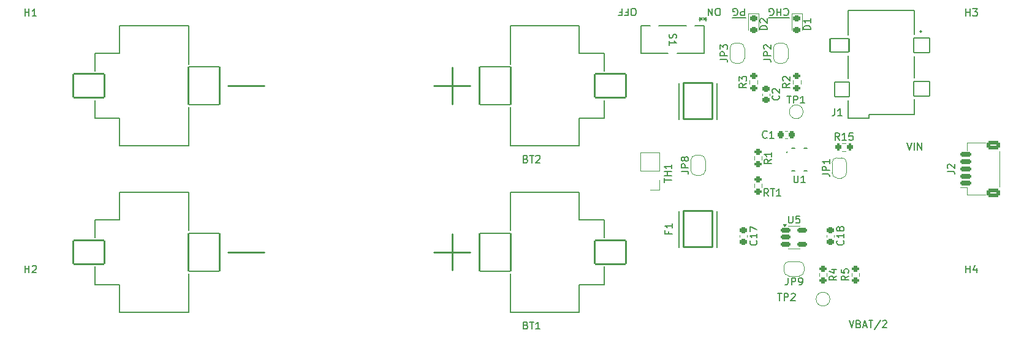
<source format=gto>
G04 #@! TF.GenerationSoftware,KiCad,Pcbnew,9.0.3*
G04 #@! TF.CreationDate,2025-08-26T18:22:23-07:00*
G04 #@! TF.ProjectId,newbatt,6e657762-6174-4742-9e6b-696361645f70,3*
G04 #@! TF.SameCoordinates,Original*
G04 #@! TF.FileFunction,Legend,Top*
G04 #@! TF.FilePolarity,Positive*
%FSLAX45Y45*%
G04 Gerber Fmt 4.5, Leading zero omitted, Abs format (unit mm)*
G04 Created by KiCad (PCBNEW 9.0.3) date 2025-08-26 18:22:23*
%MOMM*%
%LPD*%
G01*
G04 APERTURE LIST*
G04 Aperture macros list*
%AMRoundRect*
0 Rectangle with rounded corners*
0 $1 Rounding radius*
0 $2 $3 $4 $5 $6 $7 $8 $9 X,Y pos of 4 corners*
0 Add a 4 corners polygon primitive as box body*
4,1,4,$2,$3,$4,$5,$6,$7,$8,$9,$2,$3,0*
0 Add four circle primitives for the rounded corners*
1,1,$1+$1,$2,$3*
1,1,$1+$1,$4,$5*
1,1,$1+$1,$6,$7*
1,1,$1+$1,$8,$9*
0 Add four rect primitives between the rounded corners*
20,1,$1+$1,$2,$3,$4,$5,0*
20,1,$1+$1,$4,$5,$6,$7,0*
20,1,$1+$1,$6,$7,$8,$9,0*
20,1,$1+$1,$8,$9,$2,$3,0*%
%AMFreePoly0*
4,1,23,0.500000,-0.750000,0.000000,-0.750000,0.000000,-0.745722,-0.065263,-0.745722,-0.191342,-0.711940,-0.304381,-0.646677,-0.396677,-0.554381,-0.461940,-0.441342,-0.495722,-0.315263,-0.495722,-0.250000,-0.500000,-0.250000,-0.500000,0.250000,-0.495722,0.250000,-0.495722,0.315263,-0.461940,0.441342,-0.396677,0.554381,-0.304381,0.646677,-0.191342,0.711940,-0.065263,0.745722,0.000000,0.745722,
0.000000,0.750000,0.500000,0.750000,0.500000,-0.750000,0.500000,-0.750000,$1*%
%AMFreePoly1*
4,1,23,0.000000,0.745722,0.065263,0.745722,0.191342,0.711940,0.304381,0.646677,0.396677,0.554381,0.461940,0.441342,0.495722,0.315263,0.495722,0.250000,0.500000,0.250000,0.500000,-0.250000,0.495722,-0.250000,0.495722,-0.315263,0.461940,-0.441342,0.396677,-0.554381,0.304381,-0.646677,0.191342,-0.711940,0.065263,-0.745722,0.000000,-0.745722,0.000000,-0.750000,-0.500000,-0.750000,
-0.500000,0.750000,0.000000,0.750000,0.000000,0.745722,0.000000,0.745722,$1*%
G04 Aperture macros list end*
%ADD10C,0.250000*%
%ADD11C,0.150000*%
%ADD12C,0.120000*%
%ADD13C,0.127000*%
%ADD14C,0.152400*%
%ADD15C,0.200000*%
%ADD16C,0.000000*%
%ADD17C,1.500000*%
%ADD18FreePoly0,90.000000*%
%ADD19FreePoly1,90.000000*%
%ADD20RoundRect,0.102000X2.000000X-2.500000X2.000000X2.500000X-2.000000X2.500000X-2.000000X-2.500000X0*%
%ADD21C,3.600000*%
%ADD22C,5.700000*%
%ADD23R,0.558800X2.971800*%
%ADD24RoundRect,0.200000X0.275000X-0.200000X0.275000X0.200000X-0.275000X0.200000X-0.275000X-0.200000X0*%
%ADD25RoundRect,0.102000X2.150000X1.650000X-2.150000X1.650000X-2.150000X-1.650000X2.150000X-1.650000X0*%
%ADD26RoundRect,0.102000X2.150000X2.600000X-2.150000X2.600000X-2.150000X-2.600000X2.150000X-2.600000X0*%
%ADD27RoundRect,0.150000X-0.512500X-0.150000X0.512500X-0.150000X0.512500X0.150000X-0.512500X0.150000X0*%
%ADD28RoundRect,0.225000X-0.250000X0.225000X-0.250000X-0.225000X0.250000X-0.225000X0.250000X0.225000X0*%
%ADD29RoundRect,0.225000X0.225000X0.250000X-0.225000X0.250000X-0.225000X-0.250000X0.225000X-0.250000X0*%
%ADD30RoundRect,0.200000X-0.275000X0.200000X-0.275000X-0.200000X0.275000X-0.200000X0.275000X0.200000X0*%
%ADD31FreePoly0,180.000000*%
%ADD32FreePoly1,180.000000*%
%ADD33RoundRect,0.150000X0.625000X-0.150000X0.625000X0.150000X-0.625000X0.150000X-0.625000X-0.150000X0*%
%ADD34RoundRect,0.250000X0.650000X-0.350000X0.650000X0.350000X-0.650000X0.350000X-0.650000X-0.350000X0*%
%ADD35RoundRect,0.218750X-0.256250X0.218750X-0.256250X-0.218750X0.256250X-0.218750X0.256250X0.218750X0*%
%ADD36C,1.900000*%
%ADD37C,1.700000*%
%ADD38RoundRect,0.102000X1.100000X-1.000000X1.100000X1.000000X-1.100000X1.000000X-1.100000X-1.000000X0*%
%ADD39RoundRect,0.102000X1.300000X-0.950000X1.300000X0.950000X-1.300000X0.950000X-1.300000X-0.950000X0*%
%ADD40RoundRect,0.102000X1.000000X-1.000000X1.000000X1.000000X-1.000000X1.000000X-1.000000X-1.000000X0*%
%ADD41R,0.660400X0.304800*%
%ADD42C,0.508000*%
%ADD43R,0.939800X2.514600*%
%ADD44R,1.700000X1.700000*%
%ADD45O,1.700000X1.700000*%
%ADD46RoundRect,0.200000X-0.200000X-0.275000X0.200000X-0.275000X0.200000X0.275000X-0.200000X0.275000X0*%
G04 APERTURE END LIST*
D10*
X7775000Y-4650000D02*
X7775000Y-5150000D01*
X7525000Y-2600000D02*
X8025000Y-2600000D01*
X4675000Y-4900000D02*
X5175000Y-4900000D01*
X4675000Y-2600000D02*
X5175000Y-2600000D01*
X7525000Y-4900000D02*
X8025000Y-4900000D01*
X7775000Y-2350000D02*
X7775000Y-2850000D01*
D11*
X10290238Y-1629518D02*
X10271190Y-1629518D01*
X10271190Y-1629518D02*
X10261667Y-1624756D01*
X10261667Y-1624756D02*
X10252143Y-1615232D01*
X10252143Y-1615232D02*
X10247381Y-1596185D01*
X10247381Y-1596185D02*
X10247381Y-1562851D01*
X10247381Y-1562851D02*
X10252143Y-1543804D01*
X10252143Y-1543804D02*
X10261667Y-1534280D01*
X10261667Y-1534280D02*
X10271190Y-1529518D01*
X10271190Y-1529518D02*
X10290238Y-1529518D01*
X10290238Y-1529518D02*
X10299762Y-1534280D01*
X10299762Y-1534280D02*
X10309286Y-1543804D01*
X10309286Y-1543804D02*
X10314048Y-1562851D01*
X10314048Y-1562851D02*
X10314048Y-1596185D01*
X10314048Y-1596185D02*
X10309286Y-1615232D01*
X10309286Y-1615232D02*
X10299762Y-1624756D01*
X10299762Y-1624756D02*
X10290238Y-1629518D01*
X10171190Y-1581899D02*
X10204524Y-1581899D01*
X10204524Y-1529518D02*
X10204524Y-1629518D01*
X10204524Y-1629518D02*
X10156905Y-1629518D01*
X10085476Y-1581899D02*
X10118809Y-1581899D01*
X10118809Y-1529518D02*
X10118809Y-1629518D01*
X10118809Y-1629518D02*
X10071190Y-1629518D01*
X13260714Y-5845482D02*
X13294048Y-5945482D01*
X13294048Y-5945482D02*
X13327381Y-5845482D01*
X13394048Y-5893101D02*
X13408333Y-5897863D01*
X13408333Y-5897863D02*
X13413095Y-5902625D01*
X13413095Y-5902625D02*
X13417857Y-5912148D01*
X13417857Y-5912148D02*
X13417857Y-5926434D01*
X13417857Y-5926434D02*
X13413095Y-5935958D01*
X13413095Y-5935958D02*
X13408333Y-5940720D01*
X13408333Y-5940720D02*
X13398809Y-5945482D01*
X13398809Y-5945482D02*
X13360714Y-5945482D01*
X13360714Y-5945482D02*
X13360714Y-5845482D01*
X13360714Y-5845482D02*
X13394048Y-5845482D01*
X13394048Y-5845482D02*
X13403571Y-5850244D01*
X13403571Y-5850244D02*
X13408333Y-5855006D01*
X13408333Y-5855006D02*
X13413095Y-5864529D01*
X13413095Y-5864529D02*
X13413095Y-5874053D01*
X13413095Y-5874053D02*
X13408333Y-5883577D01*
X13408333Y-5883577D02*
X13403571Y-5888339D01*
X13403571Y-5888339D02*
X13394048Y-5893101D01*
X13394048Y-5893101D02*
X13360714Y-5893101D01*
X13455952Y-5916910D02*
X13503571Y-5916910D01*
X13446429Y-5945482D02*
X13479762Y-5845482D01*
X13479762Y-5845482D02*
X13513095Y-5945482D01*
X13532143Y-5845482D02*
X13589286Y-5845482D01*
X13560714Y-5945482D02*
X13560714Y-5845482D01*
X13694048Y-5840720D02*
X13608333Y-5969291D01*
X13722619Y-5855006D02*
X13727381Y-5850244D01*
X13727381Y-5850244D02*
X13736905Y-5845482D01*
X13736905Y-5845482D02*
X13760714Y-5845482D01*
X13760714Y-5845482D02*
X13770238Y-5850244D01*
X13770238Y-5850244D02*
X13775000Y-5855006D01*
X13775000Y-5855006D02*
X13779762Y-5864529D01*
X13779762Y-5864529D02*
X13779762Y-5874053D01*
X13779762Y-5874053D02*
X13775000Y-5888339D01*
X13775000Y-5888339D02*
X13717857Y-5945482D01*
X13717857Y-5945482D02*
X13779762Y-5945482D01*
X12361428Y-1539042D02*
X12366190Y-1534280D01*
X12366190Y-1534280D02*
X12380476Y-1529518D01*
X12380476Y-1529518D02*
X12390000Y-1529518D01*
X12390000Y-1529518D02*
X12404286Y-1534280D01*
X12404286Y-1534280D02*
X12413809Y-1543804D01*
X12413809Y-1543804D02*
X12418571Y-1553328D01*
X12418571Y-1553328D02*
X12423333Y-1572375D01*
X12423333Y-1572375D02*
X12423333Y-1586661D01*
X12423333Y-1586661D02*
X12418571Y-1605708D01*
X12418571Y-1605708D02*
X12413809Y-1615232D01*
X12413809Y-1615232D02*
X12404286Y-1624756D01*
X12404286Y-1624756D02*
X12390000Y-1629518D01*
X12390000Y-1629518D02*
X12380476Y-1629518D01*
X12380476Y-1629518D02*
X12366190Y-1624756D01*
X12366190Y-1624756D02*
X12361428Y-1619994D01*
X12318571Y-1529518D02*
X12318571Y-1629518D01*
X12318571Y-1581899D02*
X12261428Y-1581899D01*
X12261428Y-1529518D02*
X12261428Y-1629518D01*
X12161428Y-1624756D02*
X12170952Y-1629518D01*
X12170952Y-1629518D02*
X12185238Y-1629518D01*
X12185238Y-1629518D02*
X12199524Y-1624756D01*
X12199524Y-1624756D02*
X12209047Y-1615232D01*
X12209047Y-1615232D02*
X12213809Y-1605708D01*
X12213809Y-1605708D02*
X12218571Y-1586661D01*
X12218571Y-1586661D02*
X12218571Y-1572375D01*
X12218571Y-1572375D02*
X12213809Y-1553328D01*
X12213809Y-1553328D02*
X12209047Y-1543804D01*
X12209047Y-1543804D02*
X12199524Y-1534280D01*
X12199524Y-1534280D02*
X12185238Y-1529518D01*
X12185238Y-1529518D02*
X12175714Y-1529518D01*
X12175714Y-1529518D02*
X12161428Y-1534280D01*
X12161428Y-1534280D02*
X12156667Y-1539042D01*
X12156667Y-1539042D02*
X12156667Y-1572375D01*
X12156667Y-1572375D02*
X12175714Y-1572375D01*
X12432381Y-1657280D02*
X12147619Y-1657280D01*
X14060476Y-3385482D02*
X14093809Y-3485482D01*
X14093809Y-3485482D02*
X14127143Y-3385482D01*
X14160476Y-3485482D02*
X14160476Y-3385482D01*
X14208095Y-3485482D02*
X14208095Y-3385482D01*
X14208095Y-3385482D02*
X14265238Y-3485482D01*
X14265238Y-3485482D02*
X14265238Y-3385482D01*
X11456905Y-1629518D02*
X11437857Y-1629518D01*
X11437857Y-1629518D02*
X11428333Y-1624756D01*
X11428333Y-1624756D02*
X11418809Y-1615232D01*
X11418809Y-1615232D02*
X11414048Y-1596185D01*
X11414048Y-1596185D02*
X11414048Y-1562851D01*
X11414048Y-1562851D02*
X11418809Y-1543804D01*
X11418809Y-1543804D02*
X11428333Y-1534280D01*
X11428333Y-1534280D02*
X11437857Y-1529518D01*
X11437857Y-1529518D02*
X11456905Y-1529518D01*
X11456905Y-1529518D02*
X11466428Y-1534280D01*
X11466428Y-1534280D02*
X11475952Y-1543804D01*
X11475952Y-1543804D02*
X11480714Y-1562851D01*
X11480714Y-1562851D02*
X11480714Y-1596185D01*
X11480714Y-1596185D02*
X11475952Y-1615232D01*
X11475952Y-1615232D02*
X11466428Y-1624756D01*
X11466428Y-1624756D02*
X11456905Y-1629518D01*
X11371190Y-1529518D02*
X11371190Y-1629518D01*
X11371190Y-1629518D02*
X11314048Y-1529518D01*
X11314048Y-1529518D02*
X11314048Y-1629518D01*
X11816190Y-1529518D02*
X11816190Y-1629518D01*
X11816190Y-1629518D02*
X11778095Y-1629518D01*
X11778095Y-1629518D02*
X11768571Y-1624756D01*
X11768571Y-1624756D02*
X11763809Y-1619994D01*
X11763809Y-1619994D02*
X11759048Y-1610470D01*
X11759048Y-1610470D02*
X11759048Y-1596185D01*
X11759048Y-1596185D02*
X11763809Y-1586661D01*
X11763809Y-1586661D02*
X11768571Y-1581899D01*
X11768571Y-1581899D02*
X11778095Y-1577137D01*
X11778095Y-1577137D02*
X11816190Y-1577137D01*
X11663809Y-1624756D02*
X11673333Y-1629518D01*
X11673333Y-1629518D02*
X11687619Y-1629518D01*
X11687619Y-1629518D02*
X11701905Y-1624756D01*
X11701905Y-1624756D02*
X11711428Y-1615232D01*
X11711428Y-1615232D02*
X11716190Y-1605708D01*
X11716190Y-1605708D02*
X11720952Y-1586661D01*
X11720952Y-1586661D02*
X11720952Y-1572375D01*
X11720952Y-1572375D02*
X11716190Y-1553328D01*
X11716190Y-1553328D02*
X11711428Y-1543804D01*
X11711428Y-1543804D02*
X11701905Y-1534280D01*
X11701905Y-1534280D02*
X11687619Y-1529518D01*
X11687619Y-1529518D02*
X11678095Y-1529518D01*
X11678095Y-1529518D02*
X11663809Y-1534280D01*
X11663809Y-1534280D02*
X11659048Y-1539042D01*
X11659048Y-1539042D02*
X11659048Y-1572375D01*
X11659048Y-1572375D02*
X11678095Y-1572375D01*
X11830000Y-1657280D02*
X11650000Y-1657280D01*
X12273809Y-5470482D02*
X12330952Y-5470482D01*
X12302381Y-5570482D02*
X12302381Y-5470482D01*
X12364286Y-5570482D02*
X12364286Y-5470482D01*
X12364286Y-5470482D02*
X12402381Y-5470482D01*
X12402381Y-5470482D02*
X12411905Y-5475244D01*
X12411905Y-5475244D02*
X12416667Y-5480006D01*
X12416667Y-5480006D02*
X12421428Y-5489530D01*
X12421428Y-5489530D02*
X12421428Y-5503815D01*
X12421428Y-5503815D02*
X12416667Y-5513339D01*
X12416667Y-5513339D02*
X12411905Y-5518101D01*
X12411905Y-5518101D02*
X12402381Y-5522863D01*
X12402381Y-5522863D02*
X12364286Y-5522863D01*
X12459524Y-5480006D02*
X12464286Y-5475244D01*
X12464286Y-5475244D02*
X12473809Y-5470482D01*
X12473809Y-5470482D02*
X12497619Y-5470482D01*
X12497619Y-5470482D02*
X12507143Y-5475244D01*
X12507143Y-5475244D02*
X12511905Y-5480006D01*
X12511905Y-5480006D02*
X12516667Y-5489530D01*
X12516667Y-5489530D02*
X12516667Y-5499053D01*
X12516667Y-5499053D02*
X12511905Y-5513339D01*
X12511905Y-5513339D02*
X12454762Y-5570482D01*
X12454762Y-5570482D02*
X12516667Y-5570482D01*
X10940482Y-3783333D02*
X11011910Y-3783333D01*
X11011910Y-3783333D02*
X11026196Y-3788095D01*
X11026196Y-3788095D02*
X11035720Y-3797619D01*
X11035720Y-3797619D02*
X11040482Y-3811905D01*
X11040482Y-3811905D02*
X11040482Y-3821428D01*
X11040482Y-3735714D02*
X10940482Y-3735714D01*
X10940482Y-3735714D02*
X10940482Y-3697619D01*
X10940482Y-3697619D02*
X10945244Y-3688095D01*
X10945244Y-3688095D02*
X10950006Y-3683333D01*
X10950006Y-3683333D02*
X10959530Y-3678571D01*
X10959530Y-3678571D02*
X10973815Y-3678571D01*
X10973815Y-3678571D02*
X10983339Y-3683333D01*
X10983339Y-3683333D02*
X10988101Y-3688095D01*
X10988101Y-3688095D02*
X10992863Y-3697619D01*
X10992863Y-3697619D02*
X10992863Y-3735714D01*
X10983339Y-3621428D02*
X10978577Y-3630952D01*
X10978577Y-3630952D02*
X10973815Y-3635714D01*
X10973815Y-3635714D02*
X10964291Y-3640476D01*
X10964291Y-3640476D02*
X10959530Y-3640476D01*
X10959530Y-3640476D02*
X10950006Y-3635714D01*
X10950006Y-3635714D02*
X10945244Y-3630952D01*
X10945244Y-3630952D02*
X10940482Y-3621428D01*
X10940482Y-3621428D02*
X10940482Y-3602381D01*
X10940482Y-3602381D02*
X10945244Y-3592857D01*
X10945244Y-3592857D02*
X10950006Y-3588095D01*
X10950006Y-3588095D02*
X10959530Y-3583333D01*
X10959530Y-3583333D02*
X10964291Y-3583333D01*
X10964291Y-3583333D02*
X10973815Y-3588095D01*
X10973815Y-3588095D02*
X10978577Y-3592857D01*
X10978577Y-3592857D02*
X10983339Y-3602381D01*
X10983339Y-3602381D02*
X10983339Y-3621428D01*
X10983339Y-3621428D02*
X10988101Y-3630952D01*
X10988101Y-3630952D02*
X10992863Y-3635714D01*
X10992863Y-3635714D02*
X11002387Y-3640476D01*
X11002387Y-3640476D02*
X11021434Y-3640476D01*
X11021434Y-3640476D02*
X11030958Y-3635714D01*
X11030958Y-3635714D02*
X11035720Y-3630952D01*
X11035720Y-3630952D02*
X11040482Y-3621428D01*
X11040482Y-3621428D02*
X11040482Y-3602381D01*
X11040482Y-3602381D02*
X11035720Y-3592857D01*
X11035720Y-3592857D02*
X11030958Y-3588095D01*
X11030958Y-3588095D02*
X11021434Y-3583333D01*
X11021434Y-3583333D02*
X11002387Y-3583333D01*
X11002387Y-3583333D02*
X10992863Y-3588095D01*
X10992863Y-3588095D02*
X10988101Y-3592857D01*
X10988101Y-3592857D02*
X10983339Y-3602381D01*
X10766601Y-4613833D02*
X10766601Y-4647167D01*
X10818982Y-4647167D02*
X10718982Y-4647167D01*
X10718982Y-4647167D02*
X10718982Y-4599548D01*
X10818982Y-4509071D02*
X10818982Y-4566214D01*
X10818982Y-4537643D02*
X10718982Y-4537643D01*
X10718982Y-4537643D02*
X10733268Y-4547167D01*
X10733268Y-4547167D02*
X10742791Y-4556690D01*
X10742791Y-4556690D02*
X10747553Y-4566214D01*
X14873809Y-5185482D02*
X14873809Y-5085482D01*
X14873809Y-5133101D02*
X14930952Y-5133101D01*
X14930952Y-5185482D02*
X14930952Y-5085482D01*
X15021428Y-5118815D02*
X15021428Y-5185482D01*
X14997619Y-5080720D02*
X14973809Y-5152149D01*
X14973809Y-5152149D02*
X15035714Y-5152149D01*
X1873809Y-1635482D02*
X1873809Y-1535482D01*
X1873809Y-1583101D02*
X1930952Y-1583101D01*
X1930952Y-1635482D02*
X1930952Y-1535482D01*
X2030952Y-1635482D02*
X1973809Y-1635482D01*
X2002381Y-1635482D02*
X2002381Y-1535482D01*
X2002381Y-1535482D02*
X1992857Y-1549768D01*
X1992857Y-1549768D02*
X1983333Y-1559291D01*
X1983333Y-1559291D02*
X1973809Y-1564053D01*
X10779280Y-1885429D02*
X10774518Y-1899715D01*
X10774518Y-1899715D02*
X10774518Y-1923525D01*
X10774518Y-1923525D02*
X10779280Y-1933048D01*
X10779280Y-1933048D02*
X10784042Y-1937810D01*
X10784042Y-1937810D02*
X10793566Y-1942572D01*
X10793566Y-1942572D02*
X10803090Y-1942572D01*
X10803090Y-1942572D02*
X10812613Y-1937810D01*
X10812613Y-1937810D02*
X10817375Y-1933048D01*
X10817375Y-1933048D02*
X10822137Y-1923525D01*
X10822137Y-1923525D02*
X10826899Y-1904477D01*
X10826899Y-1904477D02*
X10831661Y-1894953D01*
X10831661Y-1894953D02*
X10836423Y-1890191D01*
X10836423Y-1890191D02*
X10845947Y-1885429D01*
X10845947Y-1885429D02*
X10855470Y-1885429D01*
X10855470Y-1885429D02*
X10864994Y-1890191D01*
X10864994Y-1890191D02*
X10869756Y-1894953D01*
X10869756Y-1894953D02*
X10874518Y-1904477D01*
X10874518Y-1904477D02*
X10874518Y-1928287D01*
X10874518Y-1928287D02*
X10869756Y-1942572D01*
X10774518Y-2037810D02*
X10774518Y-1980668D01*
X10774518Y-2009239D02*
X10874518Y-2009239D01*
X10874518Y-2009239D02*
X10860232Y-1999715D01*
X10860232Y-1999715D02*
X10850709Y-1990191D01*
X10850709Y-1990191D02*
X10845947Y-1980668D01*
X11294698Y-1674600D02*
X11270888Y-1674600D01*
X11280412Y-1650790D02*
X11270888Y-1674600D01*
X11270888Y-1674600D02*
X11280412Y-1698409D01*
X11251841Y-1660314D02*
X11270888Y-1674600D01*
X11270888Y-1674600D02*
X11251841Y-1688886D01*
X11185662Y-1674600D02*
X11209471Y-1674600D01*
X11199948Y-1698409D02*
X11209471Y-1674600D01*
X11209471Y-1674600D02*
X11199948Y-1650790D01*
X11228519Y-1688886D02*
X11209471Y-1674600D01*
X11209471Y-1674600D02*
X11228519Y-1660314D01*
X12442482Y-2566667D02*
X12394863Y-2600000D01*
X12442482Y-2623809D02*
X12342482Y-2623809D01*
X12342482Y-2623809D02*
X12342482Y-2585714D01*
X12342482Y-2585714D02*
X12347244Y-2576190D01*
X12347244Y-2576190D02*
X12352006Y-2571429D01*
X12352006Y-2571429D02*
X12361529Y-2566667D01*
X12361529Y-2566667D02*
X12375815Y-2566667D01*
X12375815Y-2566667D02*
X12385339Y-2571429D01*
X12385339Y-2571429D02*
X12390101Y-2576190D01*
X12390101Y-2576190D02*
X12394863Y-2585714D01*
X12394863Y-2585714D02*
X12394863Y-2623809D01*
X12352006Y-2528571D02*
X12347244Y-2523809D01*
X12347244Y-2523809D02*
X12342482Y-2514286D01*
X12342482Y-2514286D02*
X12342482Y-2490476D01*
X12342482Y-2490476D02*
X12347244Y-2480952D01*
X12347244Y-2480952D02*
X12352006Y-2476190D01*
X12352006Y-2476190D02*
X12361529Y-2471429D01*
X12361529Y-2471429D02*
X12371053Y-2471429D01*
X12371053Y-2471429D02*
X12385339Y-2476190D01*
X12385339Y-2476190D02*
X12442482Y-2533333D01*
X12442482Y-2533333D02*
X12442482Y-2471429D01*
X8794929Y-3612101D02*
X8809214Y-3616863D01*
X8809214Y-3616863D02*
X8813976Y-3621625D01*
X8813976Y-3621625D02*
X8818738Y-3631148D01*
X8818738Y-3631148D02*
X8818738Y-3645434D01*
X8818738Y-3645434D02*
X8813976Y-3654958D01*
X8813976Y-3654958D02*
X8809214Y-3659720D01*
X8809214Y-3659720D02*
X8799690Y-3664482D01*
X8799690Y-3664482D02*
X8761595Y-3664482D01*
X8761595Y-3664482D02*
X8761595Y-3564482D01*
X8761595Y-3564482D02*
X8794929Y-3564482D01*
X8794929Y-3564482D02*
X8804452Y-3569244D01*
X8804452Y-3569244D02*
X8809214Y-3574006D01*
X8809214Y-3574006D02*
X8813976Y-3583529D01*
X8813976Y-3583529D02*
X8813976Y-3593053D01*
X8813976Y-3593053D02*
X8809214Y-3602577D01*
X8809214Y-3602577D02*
X8804452Y-3607339D01*
X8804452Y-3607339D02*
X8794929Y-3612101D01*
X8794929Y-3612101D02*
X8761595Y-3612101D01*
X8847310Y-3564482D02*
X8904452Y-3564482D01*
X8875881Y-3664482D02*
X8875881Y-3564482D01*
X8933024Y-3574006D02*
X8937786Y-3569244D01*
X8937786Y-3569244D02*
X8947310Y-3564482D01*
X8947310Y-3564482D02*
X8971119Y-3564482D01*
X8971119Y-3564482D02*
X8980643Y-3569244D01*
X8980643Y-3569244D02*
X8985405Y-3574006D01*
X8985405Y-3574006D02*
X8990167Y-3583529D01*
X8990167Y-3583529D02*
X8990167Y-3593053D01*
X8990167Y-3593053D02*
X8985405Y-3607339D01*
X8985405Y-3607339D02*
X8928262Y-3664482D01*
X8928262Y-3664482D02*
X8990167Y-3664482D01*
X8794929Y-5912101D02*
X8809214Y-5916863D01*
X8809214Y-5916863D02*
X8813976Y-5921625D01*
X8813976Y-5921625D02*
X8818738Y-5931148D01*
X8818738Y-5931148D02*
X8818738Y-5945434D01*
X8818738Y-5945434D02*
X8813976Y-5954958D01*
X8813976Y-5954958D02*
X8809214Y-5959720D01*
X8809214Y-5959720D02*
X8799690Y-5964482D01*
X8799690Y-5964482D02*
X8761595Y-5964482D01*
X8761595Y-5964482D02*
X8761595Y-5864482D01*
X8761595Y-5864482D02*
X8794929Y-5864482D01*
X8794929Y-5864482D02*
X8804452Y-5869244D01*
X8804452Y-5869244D02*
X8809214Y-5874006D01*
X8809214Y-5874006D02*
X8813976Y-5883529D01*
X8813976Y-5883529D02*
X8813976Y-5893053D01*
X8813976Y-5893053D02*
X8809214Y-5902577D01*
X8809214Y-5902577D02*
X8804452Y-5907339D01*
X8804452Y-5907339D02*
X8794929Y-5912101D01*
X8794929Y-5912101D02*
X8761595Y-5912101D01*
X8847310Y-5864482D02*
X8904452Y-5864482D01*
X8875881Y-5964482D02*
X8875881Y-5864482D01*
X8990167Y-5964482D02*
X8933024Y-5964482D01*
X8961595Y-5964482D02*
X8961595Y-5864482D01*
X8961595Y-5864482D02*
X8952071Y-5878768D01*
X8952071Y-5878768D02*
X8942548Y-5888291D01*
X8942548Y-5888291D02*
X8933024Y-5893053D01*
X12423809Y-4400482D02*
X12423809Y-4481434D01*
X12423809Y-4481434D02*
X12428571Y-4490958D01*
X12428571Y-4490958D02*
X12433333Y-4495720D01*
X12433333Y-4495720D02*
X12442857Y-4500482D01*
X12442857Y-4500482D02*
X12461905Y-4500482D01*
X12461905Y-4500482D02*
X12471428Y-4495720D01*
X12471428Y-4495720D02*
X12476190Y-4490958D01*
X12476190Y-4490958D02*
X12480952Y-4481434D01*
X12480952Y-4481434D02*
X12480952Y-4400482D01*
X12576190Y-4400482D02*
X12528571Y-4400482D01*
X12528571Y-4400482D02*
X12523809Y-4448101D01*
X12523809Y-4448101D02*
X12528571Y-4443339D01*
X12528571Y-4443339D02*
X12538095Y-4438577D01*
X12538095Y-4438577D02*
X12561905Y-4438577D01*
X12561905Y-4438577D02*
X12571428Y-4443339D01*
X12571428Y-4443339D02*
X12576190Y-4448101D01*
X12576190Y-4448101D02*
X12580952Y-4457625D01*
X12580952Y-4457625D02*
X12580952Y-4481434D01*
X12580952Y-4481434D02*
X12576190Y-4490958D01*
X12576190Y-4490958D02*
X12571428Y-4495720D01*
X12571428Y-4495720D02*
X12561905Y-4500482D01*
X12561905Y-4500482D02*
X12538095Y-4500482D01*
X12538095Y-4500482D02*
X12528571Y-4495720D01*
X12528571Y-4495720D02*
X12523809Y-4490958D01*
X12890482Y-3818333D02*
X12961910Y-3818333D01*
X12961910Y-3818333D02*
X12976196Y-3823095D01*
X12976196Y-3823095D02*
X12985720Y-3832619D01*
X12985720Y-3832619D02*
X12990482Y-3846905D01*
X12990482Y-3846905D02*
X12990482Y-3856428D01*
X12990482Y-3770714D02*
X12890482Y-3770714D01*
X12890482Y-3770714D02*
X12890482Y-3732619D01*
X12890482Y-3732619D02*
X12895244Y-3723095D01*
X12895244Y-3723095D02*
X12900006Y-3718333D01*
X12900006Y-3718333D02*
X12909529Y-3713571D01*
X12909529Y-3713571D02*
X12923815Y-3713571D01*
X12923815Y-3713571D02*
X12933339Y-3718333D01*
X12933339Y-3718333D02*
X12938101Y-3723095D01*
X12938101Y-3723095D02*
X12942863Y-3732619D01*
X12942863Y-3732619D02*
X12942863Y-3770714D01*
X12990482Y-3618333D02*
X12990482Y-3675476D01*
X12990482Y-3646905D02*
X12890482Y-3646905D01*
X12890482Y-3646905D02*
X12904768Y-3656428D01*
X12904768Y-3656428D02*
X12914291Y-3665952D01*
X12914291Y-3665952D02*
X12919053Y-3675476D01*
X14873809Y-1635482D02*
X14873809Y-1535482D01*
X14873809Y-1583101D02*
X14930952Y-1583101D01*
X14930952Y-1635482D02*
X14930952Y-1535482D01*
X14969048Y-1535482D02*
X15030952Y-1535482D01*
X15030952Y-1535482D02*
X14997619Y-1573577D01*
X14997619Y-1573577D02*
X15011905Y-1573577D01*
X15011905Y-1573577D02*
X15021428Y-1578339D01*
X15021428Y-1578339D02*
X15026190Y-1583101D01*
X15026190Y-1583101D02*
X15030952Y-1592625D01*
X15030952Y-1592625D02*
X15030952Y-1616434D01*
X15030952Y-1616434D02*
X15026190Y-1625958D01*
X15026190Y-1625958D02*
X15021428Y-1630720D01*
X15021428Y-1630720D02*
X15011905Y-1635482D01*
X15011905Y-1635482D02*
X14983333Y-1635482D01*
X14983333Y-1635482D02*
X14973809Y-1630720D01*
X14973809Y-1630720D02*
X14969048Y-1625958D01*
X12288958Y-2736667D02*
X12293720Y-2741429D01*
X12293720Y-2741429D02*
X12298482Y-2755714D01*
X12298482Y-2755714D02*
X12298482Y-2765238D01*
X12298482Y-2765238D02*
X12293720Y-2779524D01*
X12293720Y-2779524D02*
X12284196Y-2789048D01*
X12284196Y-2789048D02*
X12274672Y-2793809D01*
X12274672Y-2793809D02*
X12255625Y-2798571D01*
X12255625Y-2798571D02*
X12241339Y-2798571D01*
X12241339Y-2798571D02*
X12222291Y-2793809D01*
X12222291Y-2793809D02*
X12212768Y-2789048D01*
X12212768Y-2789048D02*
X12203244Y-2779524D01*
X12203244Y-2779524D02*
X12198482Y-2765238D01*
X12198482Y-2765238D02*
X12198482Y-2755714D01*
X12198482Y-2755714D02*
X12203244Y-2741429D01*
X12203244Y-2741429D02*
X12208006Y-2736667D01*
X12208006Y-2698571D02*
X12203244Y-2693809D01*
X12203244Y-2693809D02*
X12198482Y-2684286D01*
X12198482Y-2684286D02*
X12198482Y-2660476D01*
X12198482Y-2660476D02*
X12203244Y-2650952D01*
X12203244Y-2650952D02*
X12208006Y-2646190D01*
X12208006Y-2646190D02*
X12217529Y-2641429D01*
X12217529Y-2641429D02*
X12227053Y-2641429D01*
X12227053Y-2641429D02*
X12241339Y-2646190D01*
X12241339Y-2646190D02*
X12298482Y-2703333D01*
X12298482Y-2703333D02*
X12298482Y-2641429D01*
X12125833Y-3315958D02*
X12121071Y-3320720D01*
X12121071Y-3320720D02*
X12106786Y-3325482D01*
X12106786Y-3325482D02*
X12097262Y-3325482D01*
X12097262Y-3325482D02*
X12082976Y-3320720D01*
X12082976Y-3320720D02*
X12073452Y-3311196D01*
X12073452Y-3311196D02*
X12068690Y-3301672D01*
X12068690Y-3301672D02*
X12063929Y-3282625D01*
X12063929Y-3282625D02*
X12063929Y-3268339D01*
X12063929Y-3268339D02*
X12068690Y-3249291D01*
X12068690Y-3249291D02*
X12073452Y-3239768D01*
X12073452Y-3239768D02*
X12082976Y-3230244D01*
X12082976Y-3230244D02*
X12097262Y-3225482D01*
X12097262Y-3225482D02*
X12106786Y-3225482D01*
X12106786Y-3225482D02*
X12121071Y-3230244D01*
X12121071Y-3230244D02*
X12125833Y-3235006D01*
X12221071Y-3325482D02*
X12163929Y-3325482D01*
X12192500Y-3325482D02*
X12192500Y-3225482D01*
X12192500Y-3225482D02*
X12182976Y-3239768D01*
X12182976Y-3239768D02*
X12173452Y-3249291D01*
X12173452Y-3249291D02*
X12163929Y-3254053D01*
X12188482Y-3616667D02*
X12140863Y-3650000D01*
X12188482Y-3673809D02*
X12088482Y-3673809D01*
X12088482Y-3673809D02*
X12088482Y-3635714D01*
X12088482Y-3635714D02*
X12093244Y-3626190D01*
X12093244Y-3626190D02*
X12098006Y-3621428D01*
X12098006Y-3621428D02*
X12107529Y-3616667D01*
X12107529Y-3616667D02*
X12121815Y-3616667D01*
X12121815Y-3616667D02*
X12131339Y-3621428D01*
X12131339Y-3621428D02*
X12136101Y-3626190D01*
X12136101Y-3626190D02*
X12140863Y-3635714D01*
X12140863Y-3635714D02*
X12140863Y-3673809D01*
X12188482Y-3521428D02*
X12188482Y-3578571D01*
X12188482Y-3550000D02*
X12088482Y-3550000D01*
X12088482Y-3550000D02*
X12102768Y-3559524D01*
X12102768Y-3559524D02*
X12112291Y-3569047D01*
X12112291Y-3569047D02*
X12117053Y-3578571D01*
X12416667Y-5255482D02*
X12416667Y-5326910D01*
X12416667Y-5326910D02*
X12411905Y-5341196D01*
X12411905Y-5341196D02*
X12402381Y-5350720D01*
X12402381Y-5350720D02*
X12388095Y-5355482D01*
X12388095Y-5355482D02*
X12378571Y-5355482D01*
X12464286Y-5355482D02*
X12464286Y-5255482D01*
X12464286Y-5255482D02*
X12502381Y-5255482D01*
X12502381Y-5255482D02*
X12511905Y-5260244D01*
X12511905Y-5260244D02*
X12516667Y-5265006D01*
X12516667Y-5265006D02*
X12521428Y-5274530D01*
X12521428Y-5274530D02*
X12521428Y-5288815D01*
X12521428Y-5288815D02*
X12516667Y-5298339D01*
X12516667Y-5298339D02*
X12511905Y-5303101D01*
X12511905Y-5303101D02*
X12502381Y-5307863D01*
X12502381Y-5307863D02*
X12464286Y-5307863D01*
X12569048Y-5355482D02*
X12588095Y-5355482D01*
X12588095Y-5355482D02*
X12597619Y-5350720D01*
X12597619Y-5350720D02*
X12602381Y-5345958D01*
X12602381Y-5345958D02*
X12611905Y-5331672D01*
X12611905Y-5331672D02*
X12616667Y-5312625D01*
X12616667Y-5312625D02*
X12616667Y-5274530D01*
X12616667Y-5274530D02*
X12611905Y-5265006D01*
X12611905Y-5265006D02*
X12607143Y-5260244D01*
X12607143Y-5260244D02*
X12597619Y-5255482D01*
X12597619Y-5255482D02*
X12578571Y-5255482D01*
X12578571Y-5255482D02*
X12569048Y-5260244D01*
X12569048Y-5260244D02*
X12564286Y-5265006D01*
X12564286Y-5265006D02*
X12559524Y-5274530D01*
X12559524Y-5274530D02*
X12559524Y-5298339D01*
X12559524Y-5298339D02*
X12564286Y-5307863D01*
X12564286Y-5307863D02*
X12569048Y-5312625D01*
X12569048Y-5312625D02*
X12578571Y-5317387D01*
X12578571Y-5317387D02*
X12597619Y-5317387D01*
X12597619Y-5317387D02*
X12607143Y-5312625D01*
X12607143Y-5312625D02*
X12611905Y-5307863D01*
X12611905Y-5307863D02*
X12616667Y-5298339D01*
X11978958Y-4741786D02*
X11983720Y-4746548D01*
X11983720Y-4746548D02*
X11988482Y-4760833D01*
X11988482Y-4760833D02*
X11988482Y-4770357D01*
X11988482Y-4770357D02*
X11983720Y-4784643D01*
X11983720Y-4784643D02*
X11974196Y-4794167D01*
X11974196Y-4794167D02*
X11964672Y-4798929D01*
X11964672Y-4798929D02*
X11945625Y-4803690D01*
X11945625Y-4803690D02*
X11931339Y-4803690D01*
X11931339Y-4803690D02*
X11912291Y-4798929D01*
X11912291Y-4798929D02*
X11902768Y-4794167D01*
X11902768Y-4794167D02*
X11893244Y-4784643D01*
X11893244Y-4784643D02*
X11888482Y-4770357D01*
X11888482Y-4770357D02*
X11888482Y-4760833D01*
X11888482Y-4760833D02*
X11893244Y-4746548D01*
X11893244Y-4746548D02*
X11898006Y-4741786D01*
X11988482Y-4646548D02*
X11988482Y-4703690D01*
X11988482Y-4675119D02*
X11888482Y-4675119D01*
X11888482Y-4675119D02*
X11902768Y-4684643D01*
X11902768Y-4684643D02*
X11912291Y-4694167D01*
X11912291Y-4694167D02*
X11917053Y-4703690D01*
X11888482Y-4613214D02*
X11888482Y-4546548D01*
X11888482Y-4546548D02*
X11988482Y-4589405D01*
X14617482Y-3783333D02*
X14688910Y-3783333D01*
X14688910Y-3783333D02*
X14703196Y-3788095D01*
X14703196Y-3788095D02*
X14712720Y-3797619D01*
X14712720Y-3797619D02*
X14717482Y-3811905D01*
X14717482Y-3811905D02*
X14717482Y-3821428D01*
X14627006Y-3740476D02*
X14622244Y-3735714D01*
X14622244Y-3735714D02*
X14617482Y-3726190D01*
X14617482Y-3726190D02*
X14617482Y-3702381D01*
X14617482Y-3702381D02*
X14622244Y-3692857D01*
X14622244Y-3692857D02*
X14627006Y-3688095D01*
X14627006Y-3688095D02*
X14636529Y-3683333D01*
X14636529Y-3683333D02*
X14646053Y-3683333D01*
X14646053Y-3683333D02*
X14660339Y-3688095D01*
X14660339Y-3688095D02*
X14717482Y-3745238D01*
X14717482Y-3745238D02*
X14717482Y-3683333D01*
X11480482Y-2233333D02*
X11551910Y-2233333D01*
X11551910Y-2233333D02*
X11566196Y-2238095D01*
X11566196Y-2238095D02*
X11575720Y-2247619D01*
X11575720Y-2247619D02*
X11580482Y-2261905D01*
X11580482Y-2261905D02*
X11580482Y-2271429D01*
X11580482Y-2185714D02*
X11480482Y-2185714D01*
X11480482Y-2185714D02*
X11480482Y-2147619D01*
X11480482Y-2147619D02*
X11485244Y-2138095D01*
X11485244Y-2138095D02*
X11490006Y-2133333D01*
X11490006Y-2133333D02*
X11499529Y-2128571D01*
X11499529Y-2128571D02*
X11513815Y-2128571D01*
X11513815Y-2128571D02*
X11523339Y-2133333D01*
X11523339Y-2133333D02*
X11528101Y-2138095D01*
X11528101Y-2138095D02*
X11532863Y-2147619D01*
X11532863Y-2147619D02*
X11532863Y-2185714D01*
X11480482Y-2095238D02*
X11480482Y-2033333D01*
X11480482Y-2033333D02*
X11518577Y-2066667D01*
X11518577Y-2066667D02*
X11518577Y-2052381D01*
X11518577Y-2052381D02*
X11523339Y-2042857D01*
X11523339Y-2042857D02*
X11528101Y-2038095D01*
X11528101Y-2038095D02*
X11537625Y-2033333D01*
X11537625Y-2033333D02*
X11561434Y-2033333D01*
X11561434Y-2033333D02*
X11570958Y-2038095D01*
X11570958Y-2038095D02*
X11575720Y-2042857D01*
X11575720Y-2042857D02*
X11580482Y-2052381D01*
X11580482Y-2052381D02*
X11580482Y-2080952D01*
X11580482Y-2080952D02*
X11575720Y-2090476D01*
X11575720Y-2090476D02*
X11570958Y-2095238D01*
X12403809Y-2740682D02*
X12460952Y-2740682D01*
X12432381Y-2840682D02*
X12432381Y-2740682D01*
X12494286Y-2840682D02*
X12494286Y-2740682D01*
X12494286Y-2740682D02*
X12532381Y-2740682D01*
X12532381Y-2740682D02*
X12541905Y-2745444D01*
X12541905Y-2745444D02*
X12546667Y-2750206D01*
X12546667Y-2750206D02*
X12551428Y-2759730D01*
X12551428Y-2759730D02*
X12551428Y-2774015D01*
X12551428Y-2774015D02*
X12546667Y-2783539D01*
X12546667Y-2783539D02*
X12541905Y-2788301D01*
X12541905Y-2788301D02*
X12532381Y-2793063D01*
X12532381Y-2793063D02*
X12494286Y-2793063D01*
X12646667Y-2840682D02*
X12589524Y-2840682D01*
X12618095Y-2840682D02*
X12618095Y-2740682D01*
X12618095Y-2740682D02*
X12608571Y-2754968D01*
X12608571Y-2754968D02*
X12599048Y-2764491D01*
X12599048Y-2764491D02*
X12589524Y-2769253D01*
X12128482Y-1823809D02*
X12028482Y-1823809D01*
X12028482Y-1823809D02*
X12028482Y-1800000D01*
X12028482Y-1800000D02*
X12033244Y-1785714D01*
X12033244Y-1785714D02*
X12042768Y-1776190D01*
X12042768Y-1776190D02*
X12052291Y-1771428D01*
X12052291Y-1771428D02*
X12071339Y-1766667D01*
X12071339Y-1766667D02*
X12085625Y-1766667D01*
X12085625Y-1766667D02*
X12104672Y-1771428D01*
X12104672Y-1771428D02*
X12114196Y-1776190D01*
X12114196Y-1776190D02*
X12123720Y-1785714D01*
X12123720Y-1785714D02*
X12128482Y-1800000D01*
X12128482Y-1800000D02*
X12128482Y-1823809D01*
X12038006Y-1728571D02*
X12033244Y-1723809D01*
X12033244Y-1723809D02*
X12028482Y-1714286D01*
X12028482Y-1714286D02*
X12028482Y-1690476D01*
X12028482Y-1690476D02*
X12033244Y-1680952D01*
X12033244Y-1680952D02*
X12038006Y-1676190D01*
X12038006Y-1676190D02*
X12047529Y-1671428D01*
X12047529Y-1671428D02*
X12057053Y-1671428D01*
X12057053Y-1671428D02*
X12071339Y-1676190D01*
X12071339Y-1676190D02*
X12128482Y-1733333D01*
X12128482Y-1733333D02*
X12128482Y-1671428D01*
X12145238Y-4125482D02*
X12111905Y-4077863D01*
X12088095Y-4125482D02*
X12088095Y-4025482D01*
X12088095Y-4025482D02*
X12126190Y-4025482D01*
X12126190Y-4025482D02*
X12135714Y-4030244D01*
X12135714Y-4030244D02*
X12140476Y-4035006D01*
X12140476Y-4035006D02*
X12145238Y-4044529D01*
X12145238Y-4044529D02*
X12145238Y-4058815D01*
X12145238Y-4058815D02*
X12140476Y-4068339D01*
X12140476Y-4068339D02*
X12135714Y-4073101D01*
X12135714Y-4073101D02*
X12126190Y-4077863D01*
X12126190Y-4077863D02*
X12088095Y-4077863D01*
X12173809Y-4025482D02*
X12230952Y-4025482D01*
X12202381Y-4125482D02*
X12202381Y-4025482D01*
X12316667Y-4125482D02*
X12259524Y-4125482D01*
X12288095Y-4125482D02*
X12288095Y-4025482D01*
X12288095Y-4025482D02*
X12278571Y-4039768D01*
X12278571Y-4039768D02*
X12269048Y-4049291D01*
X12269048Y-4049291D02*
X12259524Y-4054053D01*
X13061667Y-2915482D02*
X13061667Y-2986910D01*
X13061667Y-2986910D02*
X13056905Y-3001196D01*
X13056905Y-3001196D02*
X13047381Y-3010720D01*
X13047381Y-3010720D02*
X13033095Y-3015482D01*
X13033095Y-3015482D02*
X13023571Y-3015482D01*
X13161667Y-3015482D02*
X13104524Y-3015482D01*
X13133095Y-3015482D02*
X13133095Y-2915482D01*
X13133095Y-2915482D02*
X13123571Y-2929768D01*
X13123571Y-2929768D02*
X13114048Y-2939291D01*
X13114048Y-2939291D02*
X13104524Y-2944053D01*
X12498809Y-3841742D02*
X12498809Y-3922694D01*
X12498809Y-3922694D02*
X12503571Y-3932218D01*
X12503571Y-3932218D02*
X12508333Y-3936980D01*
X12508333Y-3936980D02*
X12517857Y-3941742D01*
X12517857Y-3941742D02*
X12536905Y-3941742D01*
X12536905Y-3941742D02*
X12546428Y-3936980D01*
X12546428Y-3936980D02*
X12551190Y-3932218D01*
X12551190Y-3932218D02*
X12555952Y-3922694D01*
X12555952Y-3922694D02*
X12555952Y-3841742D01*
X12655952Y-3941742D02*
X12598809Y-3941742D01*
X12627381Y-3941742D02*
X12627381Y-3841742D01*
X12627381Y-3841742D02*
X12617857Y-3856028D01*
X12617857Y-3856028D02*
X12608333Y-3865551D01*
X12608333Y-3865551D02*
X12598809Y-3870313D01*
X11842482Y-2566667D02*
X11794863Y-2600000D01*
X11842482Y-2623809D02*
X11742482Y-2623809D01*
X11742482Y-2623809D02*
X11742482Y-2585714D01*
X11742482Y-2585714D02*
X11747244Y-2576190D01*
X11747244Y-2576190D02*
X11752006Y-2571429D01*
X11752006Y-2571429D02*
X11761529Y-2566667D01*
X11761529Y-2566667D02*
X11775815Y-2566667D01*
X11775815Y-2566667D02*
X11785339Y-2571429D01*
X11785339Y-2571429D02*
X11790101Y-2576190D01*
X11790101Y-2576190D02*
X11794863Y-2585714D01*
X11794863Y-2585714D02*
X11794863Y-2623809D01*
X11742482Y-2533333D02*
X11742482Y-2471429D01*
X11742482Y-2471429D02*
X11780577Y-2504762D01*
X11780577Y-2504762D02*
X11780577Y-2490476D01*
X11780577Y-2490476D02*
X11785339Y-2480952D01*
X11785339Y-2480952D02*
X11790101Y-2476190D01*
X11790101Y-2476190D02*
X11799625Y-2471429D01*
X11799625Y-2471429D02*
X11823434Y-2471429D01*
X11823434Y-2471429D02*
X11832958Y-2476190D01*
X11832958Y-2476190D02*
X11837720Y-2480952D01*
X11837720Y-2480952D02*
X11842482Y-2490476D01*
X11842482Y-2490476D02*
X11842482Y-2519048D01*
X11842482Y-2519048D02*
X11837720Y-2528571D01*
X11837720Y-2528571D02*
X11832958Y-2533333D01*
X12080482Y-2233333D02*
X12151910Y-2233333D01*
X12151910Y-2233333D02*
X12166196Y-2238095D01*
X12166196Y-2238095D02*
X12175720Y-2247619D01*
X12175720Y-2247619D02*
X12180482Y-2261905D01*
X12180482Y-2261905D02*
X12180482Y-2271429D01*
X12180482Y-2185714D02*
X12080482Y-2185714D01*
X12080482Y-2185714D02*
X12080482Y-2147619D01*
X12080482Y-2147619D02*
X12085244Y-2138095D01*
X12085244Y-2138095D02*
X12090006Y-2133333D01*
X12090006Y-2133333D02*
X12099529Y-2128571D01*
X12099529Y-2128571D02*
X12113815Y-2128571D01*
X12113815Y-2128571D02*
X12123339Y-2133333D01*
X12123339Y-2133333D02*
X12128101Y-2138095D01*
X12128101Y-2138095D02*
X12132863Y-2147619D01*
X12132863Y-2147619D02*
X12132863Y-2185714D01*
X12090006Y-2090476D02*
X12085244Y-2085714D01*
X12085244Y-2085714D02*
X12080482Y-2076190D01*
X12080482Y-2076190D02*
X12080482Y-2052381D01*
X12080482Y-2052381D02*
X12085244Y-2042857D01*
X12085244Y-2042857D02*
X12090006Y-2038095D01*
X12090006Y-2038095D02*
X12099529Y-2033333D01*
X12099529Y-2033333D02*
X12109053Y-2033333D01*
X12109053Y-2033333D02*
X12123339Y-2038095D01*
X12123339Y-2038095D02*
X12180482Y-2095238D01*
X12180482Y-2095238D02*
X12180482Y-2033333D01*
X12728482Y-1823809D02*
X12628482Y-1823809D01*
X12628482Y-1823809D02*
X12628482Y-1800000D01*
X12628482Y-1800000D02*
X12633244Y-1785714D01*
X12633244Y-1785714D02*
X12642768Y-1776190D01*
X12642768Y-1776190D02*
X12652291Y-1771428D01*
X12652291Y-1771428D02*
X12671339Y-1766667D01*
X12671339Y-1766667D02*
X12685625Y-1766667D01*
X12685625Y-1766667D02*
X12704672Y-1771428D01*
X12704672Y-1771428D02*
X12714196Y-1776190D01*
X12714196Y-1776190D02*
X12723720Y-1785714D01*
X12723720Y-1785714D02*
X12728482Y-1800000D01*
X12728482Y-1800000D02*
X12728482Y-1823809D01*
X12728482Y-1671428D02*
X12728482Y-1728571D01*
X12728482Y-1700000D02*
X12628482Y-1700000D01*
X12628482Y-1700000D02*
X12642768Y-1709524D01*
X12642768Y-1709524D02*
X12652291Y-1719047D01*
X12652291Y-1719047D02*
X12657053Y-1728571D01*
X10705482Y-3936071D02*
X10705482Y-3878928D01*
X10805482Y-3907500D02*
X10705482Y-3907500D01*
X10805482Y-3845595D02*
X10705482Y-3845595D01*
X10753101Y-3845595D02*
X10753101Y-3788452D01*
X10805482Y-3788452D02*
X10705482Y-3788452D01*
X10805482Y-3688452D02*
X10805482Y-3745595D01*
X10805482Y-3717024D02*
X10705482Y-3717024D01*
X10705482Y-3717024D02*
X10719768Y-3726547D01*
X10719768Y-3726547D02*
X10729291Y-3736071D01*
X10729291Y-3736071D02*
X10734053Y-3745595D01*
X13088482Y-5229167D02*
X13040863Y-5262500D01*
X13088482Y-5286309D02*
X12988482Y-5286309D01*
X12988482Y-5286309D02*
X12988482Y-5248214D01*
X12988482Y-5248214D02*
X12993244Y-5238690D01*
X12993244Y-5238690D02*
X12998006Y-5233929D01*
X12998006Y-5233929D02*
X13007529Y-5229167D01*
X13007529Y-5229167D02*
X13021815Y-5229167D01*
X13021815Y-5229167D02*
X13031339Y-5233929D01*
X13031339Y-5233929D02*
X13036101Y-5238690D01*
X13036101Y-5238690D02*
X13040863Y-5248214D01*
X13040863Y-5248214D02*
X13040863Y-5286309D01*
X13021815Y-5143452D02*
X13088482Y-5143452D01*
X12983720Y-5167262D02*
X13055148Y-5191071D01*
X13055148Y-5191071D02*
X13055148Y-5129167D01*
X13252482Y-5229167D02*
X13204863Y-5262500D01*
X13252482Y-5286309D02*
X13152482Y-5286309D01*
X13152482Y-5286309D02*
X13152482Y-5248214D01*
X13152482Y-5248214D02*
X13157244Y-5238690D01*
X13157244Y-5238690D02*
X13162006Y-5233929D01*
X13162006Y-5233929D02*
X13171529Y-5229167D01*
X13171529Y-5229167D02*
X13185815Y-5229167D01*
X13185815Y-5229167D02*
X13195339Y-5233929D01*
X13195339Y-5233929D02*
X13200101Y-5238690D01*
X13200101Y-5238690D02*
X13204863Y-5248214D01*
X13204863Y-5248214D02*
X13204863Y-5286309D01*
X13152482Y-5138690D02*
X13152482Y-5186309D01*
X13152482Y-5186309D02*
X13200101Y-5191071D01*
X13200101Y-5191071D02*
X13195339Y-5186309D01*
X13195339Y-5186309D02*
X13190577Y-5176786D01*
X13190577Y-5176786D02*
X13190577Y-5152976D01*
X13190577Y-5152976D02*
X13195339Y-5143452D01*
X13195339Y-5143452D02*
X13200101Y-5138690D01*
X13200101Y-5138690D02*
X13209625Y-5133929D01*
X13209625Y-5133929D02*
X13233434Y-5133929D01*
X13233434Y-5133929D02*
X13242958Y-5138690D01*
X13242958Y-5138690D02*
X13247720Y-5143452D01*
X13247720Y-5143452D02*
X13252482Y-5152976D01*
X13252482Y-5152976D02*
X13252482Y-5176786D01*
X13252482Y-5176786D02*
X13247720Y-5186309D01*
X13247720Y-5186309D02*
X13242958Y-5191071D01*
X13125714Y-3352482D02*
X13092381Y-3304863D01*
X13068571Y-3352482D02*
X13068571Y-3252482D01*
X13068571Y-3252482D02*
X13106667Y-3252482D01*
X13106667Y-3252482D02*
X13116190Y-3257244D01*
X13116190Y-3257244D02*
X13120952Y-3262006D01*
X13120952Y-3262006D02*
X13125714Y-3271529D01*
X13125714Y-3271529D02*
X13125714Y-3285815D01*
X13125714Y-3285815D02*
X13120952Y-3295339D01*
X13120952Y-3295339D02*
X13116190Y-3300101D01*
X13116190Y-3300101D02*
X13106667Y-3304863D01*
X13106667Y-3304863D02*
X13068571Y-3304863D01*
X13220952Y-3352482D02*
X13163809Y-3352482D01*
X13192381Y-3352482D02*
X13192381Y-3252482D01*
X13192381Y-3252482D02*
X13182857Y-3266768D01*
X13182857Y-3266768D02*
X13173333Y-3276291D01*
X13173333Y-3276291D02*
X13163809Y-3281053D01*
X13311428Y-3252482D02*
X13263809Y-3252482D01*
X13263809Y-3252482D02*
X13259048Y-3300101D01*
X13259048Y-3300101D02*
X13263809Y-3295339D01*
X13263809Y-3295339D02*
X13273333Y-3290577D01*
X13273333Y-3290577D02*
X13297143Y-3290577D01*
X13297143Y-3290577D02*
X13306667Y-3295339D01*
X13306667Y-3295339D02*
X13311428Y-3300101D01*
X13311428Y-3300101D02*
X13316190Y-3309625D01*
X13316190Y-3309625D02*
X13316190Y-3333434D01*
X13316190Y-3333434D02*
X13311428Y-3342958D01*
X13311428Y-3342958D02*
X13306667Y-3347720D01*
X13306667Y-3347720D02*
X13297143Y-3352482D01*
X13297143Y-3352482D02*
X13273333Y-3352482D01*
X13273333Y-3352482D02*
X13263809Y-3347720D01*
X13263809Y-3347720D02*
X13259048Y-3342958D01*
X1873809Y-5185482D02*
X1873809Y-5085482D01*
X1873809Y-5133101D02*
X1930952Y-5133101D01*
X1930952Y-5185482D02*
X1930952Y-5085482D01*
X1973809Y-5095006D02*
X1978571Y-5090244D01*
X1978571Y-5090244D02*
X1988095Y-5085482D01*
X1988095Y-5085482D02*
X2011905Y-5085482D01*
X2011905Y-5085482D02*
X2021428Y-5090244D01*
X2021428Y-5090244D02*
X2026190Y-5095006D01*
X2026190Y-5095006D02*
X2030952Y-5104530D01*
X2030952Y-5104530D02*
X2030952Y-5114053D01*
X2030952Y-5114053D02*
X2026190Y-5128339D01*
X2026190Y-5128339D02*
X1969048Y-5185482D01*
X1969048Y-5185482D02*
X2030952Y-5185482D01*
X13178958Y-4741786D02*
X13183720Y-4746548D01*
X13183720Y-4746548D02*
X13188482Y-4760833D01*
X13188482Y-4760833D02*
X13188482Y-4770357D01*
X13188482Y-4770357D02*
X13183720Y-4784643D01*
X13183720Y-4784643D02*
X13174196Y-4794167D01*
X13174196Y-4794167D02*
X13164672Y-4798929D01*
X13164672Y-4798929D02*
X13145625Y-4803690D01*
X13145625Y-4803690D02*
X13131339Y-4803690D01*
X13131339Y-4803690D02*
X13112291Y-4798929D01*
X13112291Y-4798929D02*
X13102768Y-4794167D01*
X13102768Y-4794167D02*
X13093244Y-4784643D01*
X13093244Y-4784643D02*
X13088482Y-4770357D01*
X13088482Y-4770357D02*
X13088482Y-4760833D01*
X13088482Y-4760833D02*
X13093244Y-4746548D01*
X13093244Y-4746548D02*
X13098006Y-4741786D01*
X13188482Y-4646548D02*
X13188482Y-4703690D01*
X13188482Y-4675119D02*
X13088482Y-4675119D01*
X13088482Y-4675119D02*
X13102768Y-4684643D01*
X13102768Y-4684643D02*
X13112291Y-4694167D01*
X13112291Y-4694167D02*
X13117053Y-4703690D01*
X13131339Y-4589405D02*
X13126577Y-4598929D01*
X13126577Y-4598929D02*
X13121815Y-4603690D01*
X13121815Y-4603690D02*
X13112291Y-4608452D01*
X13112291Y-4608452D02*
X13107529Y-4608452D01*
X13107529Y-4608452D02*
X13098006Y-4603690D01*
X13098006Y-4603690D02*
X13093244Y-4598929D01*
X13093244Y-4598929D02*
X13088482Y-4589405D01*
X13088482Y-4589405D02*
X13088482Y-4570357D01*
X13088482Y-4570357D02*
X13093244Y-4560833D01*
X13093244Y-4560833D02*
X13098006Y-4556071D01*
X13098006Y-4556071D02*
X13107529Y-4551310D01*
X13107529Y-4551310D02*
X13112291Y-4551310D01*
X13112291Y-4551310D02*
X13121815Y-4556071D01*
X13121815Y-4556071D02*
X13126577Y-4560833D01*
X13126577Y-4560833D02*
X13131339Y-4570357D01*
X13131339Y-4570357D02*
X13131339Y-4589405D01*
X13131339Y-4589405D02*
X13136101Y-4598929D01*
X13136101Y-4598929D02*
X13140863Y-4603690D01*
X13140863Y-4603690D02*
X13150387Y-4608452D01*
X13150387Y-4608452D02*
X13169434Y-4608452D01*
X13169434Y-4608452D02*
X13178958Y-4603690D01*
X13178958Y-4603690D02*
X13183720Y-4598929D01*
X13183720Y-4598929D02*
X13188482Y-4589405D01*
X13188482Y-4589405D02*
X13188482Y-4570357D01*
X13188482Y-4570357D02*
X13183720Y-4560833D01*
X13183720Y-4560833D02*
X13178958Y-4556071D01*
X13178958Y-4556071D02*
X13169434Y-4551310D01*
X13169434Y-4551310D02*
X13150387Y-4551310D01*
X13150387Y-4551310D02*
X13140863Y-4556071D01*
X13140863Y-4556071D02*
X13136101Y-4560833D01*
X13136101Y-4560833D02*
X13131339Y-4570357D01*
D12*
X12995000Y-5550000D02*
G75*
G02*
X12805000Y-5550000I-95000J0D01*
G01*
X12805000Y-5550000D02*
G75*
G02*
X12995000Y-5550000I95000J0D01*
G01*
X11075000Y-3770000D02*
X11075000Y-3630000D01*
X11145000Y-3560000D02*
X11205000Y-3560000D01*
X11205000Y-3840000D02*
X11145000Y-3840000D01*
X11275000Y-3630000D02*
X11275000Y-3770000D01*
X11075000Y-3630000D02*
G75*
G02*
X11145000Y-3560000I70000J0D01*
G01*
X11145000Y-3840000D02*
G75*
G02*
X11075000Y-3770000I0J70000D01*
G01*
X11205000Y-3560000D02*
G75*
G02*
X11275000Y-3630000I0J-70000D01*
G01*
X11275000Y-3770000D02*
G75*
G02*
X11205000Y-3840000I-70000J0D01*
G01*
D13*
X10914500Y-3065000D02*
X10914500Y-2565000D01*
X10914500Y-4835000D02*
X10914500Y-4335000D01*
X11435500Y-2565000D02*
X11435500Y-3065000D01*
X11435500Y-4335000D02*
X11435500Y-4835000D01*
D14*
X10381850Y-1773660D02*
X10381850Y-2149580D01*
X10381850Y-2149580D02*
X10758786Y-2149580D01*
X10508786Y-1773660D02*
X10381850Y-1773660D01*
X10881214Y-2149580D02*
X11258150Y-2149580D01*
X11008786Y-1773660D02*
X10631214Y-1773660D01*
X11258150Y-1773660D02*
X11131214Y-1773660D01*
X11258150Y-2149580D02*
X11258150Y-1773660D01*
D12*
X12487750Y-2573726D02*
X12487750Y-2526274D01*
X12592250Y-2573726D02*
X12592250Y-2526274D01*
D13*
X2838500Y-2150000D02*
X2838500Y-2400000D01*
X2838500Y-2150000D02*
X3183500Y-2150000D01*
X2838500Y-3050000D02*
X2838500Y-2800000D01*
X2838500Y-3050000D02*
X3183500Y-3050000D01*
X3183500Y-1770000D02*
X4138500Y-1770000D01*
X3183500Y-2150000D02*
X3183500Y-1770000D01*
X3183500Y-3050000D02*
X3183500Y-3430000D01*
X3183500Y-3430000D02*
X4138500Y-3430000D01*
X4138500Y-1770000D02*
X4138500Y-2300000D01*
X4138500Y-3430000D02*
X4138500Y-2900000D01*
X8578500Y-1770000D02*
X8578500Y-2300000D01*
X8578500Y-3430000D02*
X8578500Y-2900000D01*
X9533500Y-1770000D02*
X8578500Y-1770000D01*
X9533500Y-2150000D02*
X9533500Y-1770000D01*
X9533500Y-3050000D02*
X9533500Y-3430000D01*
X9533500Y-3430000D02*
X8578500Y-3430000D01*
X9878500Y-2150000D02*
X9533500Y-2150000D01*
X9878500Y-2150000D02*
X9878500Y-2400000D01*
X9878500Y-3050000D02*
X9533500Y-3050000D01*
X9878500Y-3050000D02*
X9878500Y-2800000D01*
X2838500Y-4450000D02*
X2838500Y-4700000D01*
X2838500Y-4450000D02*
X3183500Y-4450000D01*
X2838500Y-5350000D02*
X2838500Y-5100000D01*
X2838500Y-5350000D02*
X3183500Y-5350000D01*
X3183500Y-4070000D02*
X4138500Y-4070000D01*
X3183500Y-4450000D02*
X3183500Y-4070000D01*
X3183500Y-5350000D02*
X3183500Y-5730000D01*
X3183500Y-5730000D02*
X4138500Y-5730000D01*
X4138500Y-4070000D02*
X4138500Y-4600000D01*
X4138500Y-5730000D02*
X4138500Y-5200000D01*
X8578500Y-4070000D02*
X8578500Y-4600000D01*
X8578500Y-5730000D02*
X8578500Y-5200000D01*
X9533500Y-4070000D02*
X8578500Y-4070000D01*
X9533500Y-4450000D02*
X9533500Y-4070000D01*
X9533500Y-5350000D02*
X9533500Y-5730000D01*
X9533500Y-5730000D02*
X8578500Y-5730000D01*
X9878500Y-4450000D02*
X9533500Y-4450000D01*
X9878500Y-4450000D02*
X9878500Y-4700000D01*
X9878500Y-5350000D02*
X9533500Y-5350000D01*
X9878500Y-5350000D02*
X9878500Y-5100000D01*
D12*
X12500000Y-4539000D02*
X12420000Y-4539000D01*
X12500000Y-4539000D02*
X12580000Y-4539000D01*
X12500000Y-4851000D02*
X12420000Y-4851000D01*
X12500000Y-4851000D02*
X12580000Y-4851000D01*
X12370000Y-4544000D02*
X12346000Y-4511000D01*
X12394000Y-4511000D01*
X12370000Y-4544000D01*
G36*
X12370000Y-4544000D02*
G01*
X12346000Y-4511000D01*
X12394000Y-4511000D01*
X12370000Y-4544000D01*
G37*
X13025000Y-3805000D02*
X13025000Y-3665000D01*
X13095000Y-3595000D02*
X13155000Y-3595000D01*
X13155000Y-3875000D02*
X13095000Y-3875000D01*
X13225000Y-3665000D02*
X13225000Y-3805000D01*
X13025000Y-3665000D02*
G75*
G02*
X13095000Y-3595000I70000J0D01*
G01*
X13095000Y-3875000D02*
G75*
G02*
X13025000Y-3805000I0J70000D01*
G01*
X13155000Y-3595000D02*
G75*
G02*
X13225000Y-3665000I0J-70000D01*
G01*
X13225000Y-3805000D02*
G75*
G02*
X13155000Y-3875000I-70000J0D01*
G01*
X12059000Y-2705942D02*
X12059000Y-2734058D01*
X12161000Y-2705942D02*
X12161000Y-2734058D01*
X12406558Y-3229000D02*
X12378442Y-3229000D01*
X12406558Y-3331000D02*
X12378442Y-3331000D01*
X11947750Y-3576274D02*
X11947750Y-3623726D01*
X12052250Y-3576274D02*
X12052250Y-3623726D01*
X12360000Y-5160000D02*
X12360000Y-5100000D01*
X12430000Y-5030000D02*
X12570000Y-5030000D01*
X12570000Y-5230000D02*
X12430000Y-5230000D01*
X12640000Y-5100000D02*
X12640000Y-5160000D01*
X12360000Y-5100000D02*
G75*
G02*
X12430000Y-5030000I70000J0D01*
G01*
X12430000Y-5230000D02*
G75*
G02*
X12360000Y-5160000I0J70000D01*
G01*
X12570000Y-5030000D02*
G75*
G02*
X12640000Y-5100000I0J-70000D01*
G01*
X12640000Y-5160000D02*
G75*
G02*
X12570000Y-5230000I-70000J0D01*
G01*
X11749000Y-4663442D02*
X11749000Y-4691558D01*
X11851000Y-4663442D02*
X11851000Y-4691558D01*
X14891500Y-3389000D02*
X14891500Y-3494000D01*
X14891500Y-4006000D02*
X14792500Y-4006000D01*
X14891500Y-4111000D02*
X14891500Y-4006000D01*
X15141500Y-3389000D02*
X14891500Y-3389000D01*
X15141500Y-4111000D02*
X14891500Y-4111000D01*
X15338500Y-3994000D02*
X15338500Y-3506000D01*
X11615000Y-2220000D02*
X11615000Y-2080000D01*
X11685000Y-2010000D02*
X11745000Y-2010000D01*
X11745000Y-2290000D02*
X11685000Y-2290000D01*
X11815000Y-2080000D02*
X11815000Y-2220000D01*
X11615000Y-2080000D02*
G75*
G02*
X11685000Y-2010000I70000J0D01*
G01*
X11685000Y-2290000D02*
G75*
G02*
X11615000Y-2220000I0J70000D01*
G01*
X11745000Y-2010000D02*
G75*
G02*
X11815000Y-2080000I0J-70000D01*
G01*
X11815000Y-2220000D02*
G75*
G02*
X11745000Y-2290000I-70000J0D01*
G01*
X12625000Y-2960000D02*
G75*
G02*
X12435000Y-2960000I-95000J0D01*
G01*
X12435000Y-2960000D02*
G75*
G02*
X12625000Y-2960000I95000J0D01*
G01*
X11866500Y-1601500D02*
X11866500Y-1830000D01*
X12013500Y-1601500D02*
X11866500Y-1601500D01*
X12013500Y-1830000D02*
X12013500Y-1601500D01*
X11947750Y-3956274D02*
X11947750Y-4003726D01*
X12052250Y-3956274D02*
X12052250Y-4003726D01*
D13*
X13250000Y-1560000D02*
X13250000Y-1895000D01*
X13250000Y-2500000D02*
X13250000Y-2185000D01*
X13250000Y-3050000D02*
X13250000Y-2800000D01*
X13535000Y-3050000D02*
X13250000Y-3050000D01*
X13535000Y-3050000D02*
X13535000Y-3000000D01*
X14160000Y-1560000D02*
X13250000Y-1560000D01*
X14160000Y-1560000D02*
X14160000Y-1890000D01*
X14160000Y-2490000D02*
X14160000Y-2190000D01*
X14160000Y-2790000D02*
X14160000Y-3000000D01*
X14160000Y-3000000D02*
X13535000Y-3000000D01*
D15*
X14260000Y-1850000D02*
G75*
G02*
X14240000Y-1850000I-10000J0D01*
G01*
X14240000Y-1850000D02*
G75*
G02*
X14260000Y-1850000I10000J0D01*
G01*
D14*
X12469590Y-3776200D02*
X12512075Y-3776200D01*
X12512075Y-3466320D02*
X12469590Y-3466320D01*
X12637925Y-3776200D02*
X12680410Y-3776200D01*
X12680410Y-3466320D02*
X12637925Y-3466320D01*
X12405836Y-3528643D02*
G75*
G02*
X12405836Y-3513877I-1886J7383D01*
G01*
D12*
X11887750Y-2573726D02*
X11887750Y-2526274D01*
X11992250Y-2573726D02*
X11992250Y-2526274D01*
X12215000Y-2220000D02*
X12215000Y-2080000D01*
X12285000Y-2010000D02*
X12345000Y-2010000D01*
X12345000Y-2290000D02*
X12285000Y-2290000D01*
X12415000Y-2080000D02*
X12415000Y-2220000D01*
X12215000Y-2080000D02*
G75*
G02*
X12285000Y-2010000I70000J0D01*
G01*
X12285000Y-2290000D02*
G75*
G02*
X12215000Y-2220000I0J70000D01*
G01*
X12345000Y-2010000D02*
G75*
G02*
X12415000Y-2080000I0J-70000D01*
G01*
X12415000Y-2220000D02*
G75*
G02*
X12345000Y-2290000I-70000J0D01*
G01*
X12466500Y-1601500D02*
X12466500Y-1830000D01*
X12613500Y-1601500D02*
X12466500Y-1601500D01*
X12613500Y-1830000D02*
X12613500Y-1601500D01*
X10377000Y-3780500D02*
X10377000Y-3520500D01*
X10643000Y-3520500D02*
X10377000Y-3520500D01*
X10643000Y-3780500D02*
X10377000Y-3780500D01*
X10643000Y-3780500D02*
X10643000Y-3520500D01*
X10643000Y-3907500D02*
X10643000Y-4040500D01*
X10643000Y-4040500D02*
X10510000Y-4040500D01*
X12847750Y-5188774D02*
X12847750Y-5236226D01*
X12952250Y-5188774D02*
X12952250Y-5236226D01*
X13297750Y-5236226D02*
X13297750Y-5188774D01*
X13402250Y-5236226D02*
X13402250Y-5188774D01*
X13166274Y-3397750D02*
X13213726Y-3397750D01*
X13166274Y-3502250D02*
X13213726Y-3502250D01*
X12949000Y-4663442D02*
X12949000Y-4691558D01*
X13051000Y-4663442D02*
X13051000Y-4691558D01*
%LPC*%
G36*
X12515000Y-5205000D02*
G01*
X12485000Y-5205000D01*
X12485000Y-5055000D01*
X12515000Y-5055000D01*
X12515000Y-5205000D01*
G37*
D16*
G36*
X12555000Y-3753340D02*
G01*
X12521660Y-3753340D01*
X12521660Y-3489180D01*
X12555000Y-3489180D01*
X12555000Y-3753340D01*
G37*
G36*
X12628340Y-3522520D02*
G01*
X12521660Y-3522520D01*
X12521660Y-3489180D01*
X12628340Y-3489180D01*
X12628340Y-3522520D01*
G37*
G36*
X12628340Y-3601260D02*
G01*
X12521660Y-3601260D01*
X12521660Y-3562520D01*
X12628340Y-3562520D01*
X12628340Y-3601260D01*
G37*
G36*
X12628340Y-3680000D02*
G01*
X12521660Y-3680000D01*
X12521660Y-3641260D01*
X12628340Y-3641260D01*
X12628340Y-3680000D01*
G37*
G36*
X12628340Y-3753340D02*
G01*
X12521660Y-3753340D01*
X12521660Y-3720000D01*
X12628340Y-3720000D01*
X12628340Y-3753340D01*
G37*
G36*
X12628340Y-3753340D02*
G01*
X12595000Y-3753340D01*
X12595000Y-3489180D01*
X12628340Y-3489180D01*
X12628340Y-3753340D01*
G37*
D17*
X12900000Y-5550000D03*
D18*
X11175000Y-3765000D03*
D19*
X11175000Y-3635000D03*
D20*
X11175000Y-4585000D03*
X11175000Y-2815000D03*
D21*
X14950000Y-5525000D03*
D22*
X14950000Y-5525000D03*
D21*
X1950000Y-1975000D03*
D22*
X1950000Y-1975000D03*
D23*
X11070000Y-1700000D03*
X10820000Y-2223240D03*
X10570000Y-1700000D03*
D24*
X12540000Y-2632500D03*
X12540000Y-2467500D03*
D25*
X9963500Y-2600000D03*
D26*
X8368500Y-2600000D03*
X4348500Y-2600000D03*
D25*
X2753500Y-2600000D03*
X9963500Y-4900000D03*
D26*
X8368500Y-4900000D03*
X4348500Y-4900000D03*
D25*
X2753500Y-4900000D03*
D27*
X12386250Y-4600000D03*
X12386250Y-4695000D03*
X12386250Y-4790000D03*
X12613750Y-4790000D03*
X12613750Y-4600000D03*
D18*
X13125000Y-3800000D03*
D19*
X13125000Y-3670000D03*
D21*
X14950000Y-1975000D03*
D22*
X14950000Y-1975000D03*
D28*
X12110000Y-2642500D03*
X12110000Y-2797500D03*
D29*
X12470000Y-3280000D03*
X12315000Y-3280000D03*
D30*
X12000000Y-3517500D03*
X12000000Y-3682500D03*
D31*
X12565000Y-5130000D03*
D32*
X12435000Y-5130000D03*
D28*
X11800000Y-4600000D03*
X11800000Y-4755000D03*
D33*
X14870000Y-3950000D03*
X14870000Y-3850000D03*
X14870000Y-3750000D03*
X14870000Y-3650000D03*
X14870000Y-3550000D03*
D34*
X15257500Y-4080000D03*
X15257500Y-3420000D03*
D18*
X11715000Y-2215000D03*
D19*
X11715000Y-2085000D03*
D17*
X12530000Y-2960000D03*
D35*
X11940000Y-1671250D03*
X11940000Y-1828750D03*
D30*
X12000000Y-3897500D03*
X12000000Y-4062500D03*
D36*
X13705000Y-2470000D03*
D37*
X13705000Y-2040000D03*
D38*
X14260000Y-2640000D03*
X14260000Y-2040000D03*
D39*
X13130000Y-2040000D03*
D40*
X13160000Y-2650000D03*
D41*
X12472130Y-3521260D03*
X12472130Y-3571260D03*
X12472130Y-3621260D03*
X12472130Y-3671260D03*
X12472130Y-3721260D03*
X12677870Y-3721260D03*
X12677870Y-3671260D03*
X12677870Y-3621260D03*
X12677870Y-3571260D03*
X12677870Y-3521260D03*
D42*
X12575000Y-3542520D03*
X12575000Y-3621260D03*
D43*
X12575000Y-3621260D03*
D42*
X12575000Y-3700000D03*
D24*
X11940000Y-2632500D03*
X11940000Y-2467500D03*
D18*
X12315000Y-2215000D03*
D19*
X12315000Y-2085000D03*
D35*
X12540000Y-1671250D03*
X12540000Y-1828750D03*
D44*
X10510000Y-3907500D03*
D45*
X10510000Y-3653500D03*
D30*
X12900000Y-5130000D03*
X12900000Y-5295000D03*
D24*
X13350000Y-5295000D03*
X13350000Y-5130000D03*
D46*
X13107500Y-3450000D03*
X13272500Y-3450000D03*
D21*
X1950000Y-5525000D03*
D22*
X1950000Y-5525000D03*
D28*
X13000000Y-4600000D03*
X13000000Y-4755000D03*
%LPD*%
M02*

</source>
